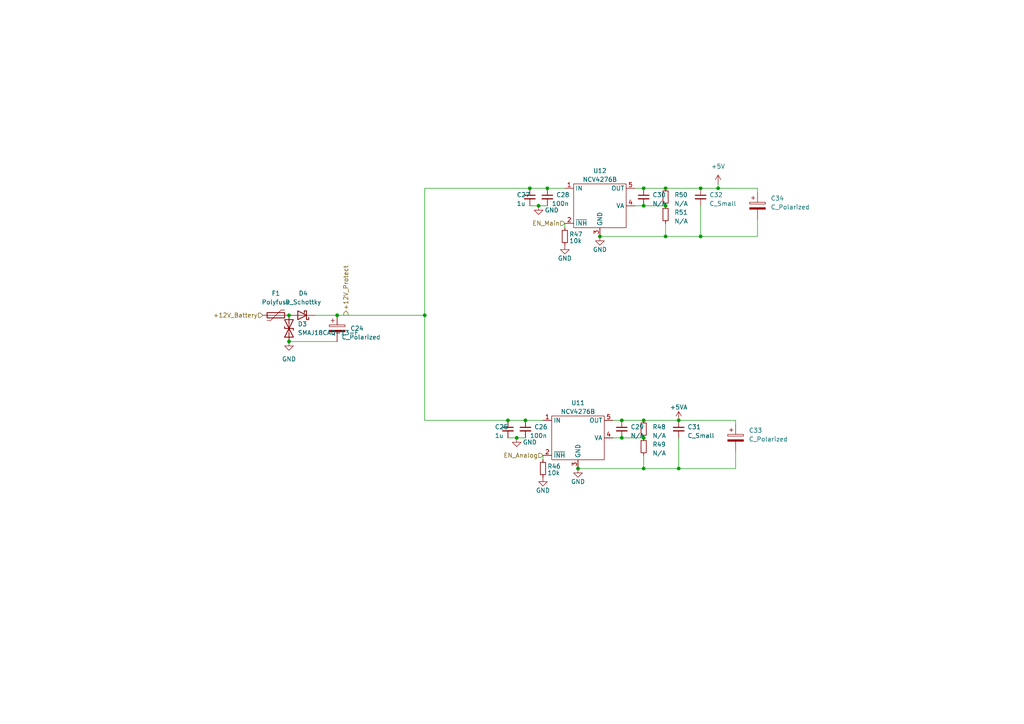
<source format=kicad_sch>
(kicad_sch (version 20211123) (generator eeschema)
  (paper "A4")
  (lib_symbols
    (symbol "Device:C_Polarized" (pin_numbers hide) (pin_names (offset 0.254))
      (property "Reference" "C" (at 0.635 2.54 0))
      (property "Value" "C_Polarized" (at 0.635 -2.54 0))
      (symbol "C_Polarized_0_1"
        (rectangle (start -2.286 0.508) (end 2.286 1.016))
        (polyline (pts (xy -1.778 2.286) (xy -0.762 2.286)))
        (polyline (pts (xy -1.27 2.794) (xy -1.27 1.778)))
        (rectangle (start 2.286 -0.508) (end -2.286 -1.016) (fill (type outline)))
      )
      (symbol "C_Polarized_1_1"
        (pin passive line (at 0 3.81 270) (length 2.794) (name "~") (number "1"))
        (pin passive line (at 0 -3.81 90) (length 2.794) (name "~") (number "2"))
      )
    )
    (symbol "Device:C_Small" (pin_numbers hide) (pin_names (offset 0.254) hide)
      (property "Reference" "C" (at 0.254 1.778 0))
      (property "Value" "C_Small" (at 0.254 -2.032 0))
      (symbol "C_Small_0_1"
        (polyline (pts (xy -1.524 -0.508) (xy 1.524 -0.508)) (stroke (width 0.3302)))
        (polyline (pts (xy -1.524 0.508) (xy 1.524 0.508)) (stroke (width 0.3048)))
      )
      (symbol "C_Small_1_1"
        (pin passive line (at 0 2.54 270) (length 2.032) (name "~") (number "1"))
        (pin passive line (at 0 -2.54 90) (length 2.032) (name "~") (number "2"))
      )
    )
    (symbol "Device:D_Schottky" (pin_numbers hide) (pin_names (offset 1.016) hide)
      (property "Reference" "D" (at 0 2.54 0))
      (property "Value" "D_Schottky" (at 0 -2.54 0))
      (symbol "D_Schottky_0_1"
        (polyline (pts (xy 1.27 0) (xy -1.27 0)))
        (polyline (pts (xy 1.27 1.27) (xy 1.27 -1.27) (xy -1.27 0) (xy 1.27 1.27)) (stroke (width 0.254)))
        (polyline (pts (xy -1.905 0.635) (xy -1.905 1.27) (xy -1.27 1.27) (xy -1.27 -1.27) (xy -0.635 -1.27) (xy -0.635 -0.635)) (stroke (width 0.254)))
      )
      (symbol "D_Schottky_1_1"
        (pin passive line (at -3.81 0 0) (length 2.54) (name "K") (number "1"))
        (pin passive line (at 3.81 0 180) (length 2.54) (name "A") (number "2"))
      )
    )
    (symbol "Device:D_TVS" (pin_numbers hide) (pin_names (offset 1.016) hide)
      (property "Reference" "D" (at 0 2.54 0))
      (property "Value" "D_TVS" (at 0 -2.54 0))
      (symbol "D_TVS_0_1"
        (polyline (pts (xy 1.27 0) (xy -1.27 0)))
        (polyline (pts (xy 0.508 1.27) (xy 0 1.27) (xy 0 -1.27) (xy -0.508 -1.27)) (stroke (width 0.254)))
        (polyline (pts (xy -2.54 1.27) (xy -2.54 -1.27) (xy 2.54 1.27) (xy 2.54 -1.27) (xy -2.54 1.27)) (stroke (width 0.254)))
      )
      (symbol "D_TVS_1_1"
        (pin passive line (at -3.81 0 0) (length 2.54) (name "A1") (number "1"))
        (pin passive line (at 3.81 0 180) (length 2.54) (name "A2") (number "2"))
      )
    )
    (symbol "Device:Polyfuse" (pin_numbers hide) (pin_names (offset 0))
      (property "Reference" "F" (at -2.54 0 90))
      (property "Value" "Polyfuse" (at 2.54 0 90))
      (symbol "Polyfuse_0_1"
        (rectangle (start -0.762 2.54) (end 0.762 -2.54) (stroke (width 0.254)))
        (polyline (pts (xy 0 2.54) (xy 0 -2.54)))
        (polyline (pts (xy -1.524 2.54) (xy -1.524 1.524) (xy 1.524 -1.524) (xy 1.524 -2.54)))
      )
      (symbol "Polyfuse_1_1"
        (pin passive line (at 0 3.81 270) (length 1.27) (name "~") (number "1"))
        (pin passive line (at 0 -3.81 90) (length 1.27) (name "~") (number "2"))
      )
    )
    (symbol "Device:R_Small" (pin_numbers hide) (pin_names (offset 0.254) hide)
      (property "Reference" "R" (at 0.762 0.508 0))
      (property "Value" "R_Small" (at 0.762 -1.016 0))
      (symbol "R_Small_0_1"
        (rectangle (start -0.762 1.778) (end 0.762 -1.778) (stroke (width 0.2032)))
      )
      (symbol "R_Small_1_1"
        (pin passive line (at 0 2.54 270) (length 0.762) (name "~") (number "1"))
        (pin passive line (at 0 -2.54 90) (length 0.762) (name "~") (number "2"))
      )
    )
    (symbol "Personal:NCV4276B"
      (property "Reference" "U" (at 0 7.62 0))
      (property "Value" "NCV4276B" (at 0 5.08 0))
      (symbol "NCV4276B_0_1"
        (rectangle (start -7.62 3.81) (end 7.62 -8.89) (stroke (width 0.1524)))
      )
      (symbol "NCV4276B_1_1"
        (pin power_in line (at -10.16 2.54 0) (length 2.54) (name "IN") (number "1"))
        (pin input line (at -10.16 -7.62 0) (length 2.54) (name "~{INH}") (number "2"))
        (pin input line (at 0 -11.43 90) (length 2.54) (name "GND") (number "3"))
        (pin input line (at 10.16 -2.54 180) (length 2.54) (name "VA") (number "4"))
        (pin power_out line (at 10.16 2.54 180) (length 2.54) (name "OUT") (number "5"))
      )
    )
    (symbol "power:+5V" (power) (pin_names (offset 0))
      (property "Value" "+5V" (at 0 3.556 0))
      (symbol "+5V_0_1"
        (polyline (pts (xy -0.762 1.27) (xy 0 2.54)))
        (polyline (pts (xy 0 0) (xy 0 2.54)))
        (polyline (pts (xy 0 2.54) (xy 0.762 1.27)))
      )
      (symbol "+5V_1_1"
        (pin power_in line (at 0 0 90) (length 0) hide (name "+5V") (number "1"))
      )
    )
    (symbol "power:+5VA" (power) (pin_names (offset 0))
      (property "Value" "+5VA" (at 0 3.556 0))
      (symbol "+5VA_0_1"
        (polyline (pts (xy -0.762 1.27) (xy 0 2.54)))
        (polyline (pts (xy 0 0) (xy 0 2.54)))
        (polyline (pts (xy 0 2.54) (xy 0.762 1.27)))
      )
      (symbol "+5VA_1_1"
        (pin power_in line (at 0 0 90) (length 0) hide (name "+5VA") (number "1"))
      )
    )
    (symbol "power:GND" (power) (pin_names (offset 0))
      (property "Value" "GND" (at 0 -3.81 0))
      (symbol "GND_0_1"
        (polyline (pts (xy 0 0) (xy 0 -1.27) (xy 1.27 -1.27) (xy 0 -2.54) (xy -1.27 -1.27) (xy 0 -1.27)))
      )
      (symbol "GND_1_1"
        (pin power_in line (at 0 0 270) (length 0) hide (name "GND") (number "1"))
      )
    )
  )
  (junction (at 208.28 54.61))
  (junction (at 153.67 54.61))
  (junction (at 196.85 135.89))
  (junction (at 193.04 68.58) (diameter 0.9144))
  (junction (at 180.34 121.92) (diameter 0.9144))
  (junction (at 203.2 54.61))
  (junction (at 156.21 59.69) (diameter 0.9144))
  (junction (at 97.79 91.44))
  (junction (at 83.82 91.44))
  (junction (at 152.4 121.92) (diameter 0.9144))
  (junction (at 186.69 54.61) (diameter 0.9144))
  (junction (at 167.64 135.89))
  (junction (at 158.75 54.61) (diameter 0.9144))
  (junction (at 147.32 121.92))
  (junction (at 193.04 54.61) (diameter 0.9144))
  (junction (at 123.19 91.44))
  (junction (at 173.99 68.58))
  (junction (at 149.86 127) (diameter 0.9144))
  (junction (at 186.69 59.69) (diameter 0.9144))
  (junction (at 186.69 127) (diameter 0.9144))
  (junction (at 186.69 135.89) (diameter 0.9144))
  (junction (at 193.04 59.69) (diameter 0.9144))
  (junction (at 196.85 121.92))
  (junction (at 203.2 68.58))
  (junction (at 83.82 99.06))
  (junction (at 186.69 121.92) (diameter 0.9144))
  (junction (at 180.34 127) (diameter 0.9144))
  (wire (pts (xy 97.79 91.44) (xy 123.19 91.44)))
  (wire (pts (xy 177.8 127) (xy 180.34 127)))
  (wire (pts (xy 157.48 132.08) (xy 157.48 133.35)))
  (wire (pts (xy 219.71 68.58) (xy 203.2 68.58)))
  (wire (pts (xy 186.69 59.69) (xy 193.04 59.69)))
  (wire (pts (xy 153.67 54.61) (xy 158.75 54.61)))
  (wire (pts (xy 83.82 99.06) (xy 97.79 99.06)))
  (wire (pts (xy 153.67 59.69) (xy 156.21 59.69)))
  (wire (pts (xy 196.85 121.92) (xy 213.36 121.92)))
  (wire (pts (xy 167.64 135.89) (xy 186.69 135.89)))
  (wire (pts (xy 193.04 54.61) (xy 203.2 54.61)))
  (wire (pts (xy 177.8 121.92) (xy 180.34 121.92)))
  (wire (pts (xy 147.32 127) (xy 149.86 127)))
  (wire (pts (xy 156.21 59.69) (xy 158.75 59.69)))
  (wire (pts (xy 213.36 121.92) (xy 213.36 123.19)))
  (wire (pts (xy 219.71 54.61) (xy 219.71 55.88)))
  (wire (pts (xy 184.15 59.69) (xy 186.69 59.69)))
  (wire (pts (xy 158.75 54.61) (xy 163.83 54.61)))
  (wire (pts (xy 186.69 132.08) (xy 186.69 135.89)))
  (wire (pts (xy 208.28 54.61) (xy 208.28 53.34)))
  (wire (pts (xy 193.04 64.77) (xy 193.04 68.58)))
  (wire (pts (xy 163.83 64.77) (xy 163.83 66.04)))
  (wire (pts (xy 147.32 121.92) (xy 152.4 121.92)))
  (wire (pts (xy 219.71 63.5) (xy 219.71 68.58)))
  (wire (pts (xy 196.85 135.89) (xy 196.85 127)))
  (wire (pts (xy 203.2 68.58) (xy 203.2 59.69)))
  (wire (pts (xy 186.69 135.89) (xy 196.85 135.89)))
  (wire (pts (xy 213.36 135.89) (xy 196.85 135.89)))
  (wire (pts (xy 123.19 54.61) (xy 153.67 54.61)))
  (wire (pts (xy 180.34 127) (xy 186.69 127)))
  (wire (pts (xy 186.69 54.61) (xy 193.04 54.61)))
  (wire (pts (xy 173.99 68.58) (xy 193.04 68.58)))
  (wire (pts (xy 91.44 91.44) (xy 97.79 91.44)))
  (wire (pts (xy 180.34 121.92) (xy 186.69 121.92)))
  (wire (pts (xy 203.2 54.61) (xy 208.28 54.61)))
  (wire (pts (xy 123.19 91.44) (xy 123.19 54.61)))
  (wire (pts (xy 186.69 121.92) (xy 196.85 121.92)))
  (wire (pts (xy 152.4 121.92) (xy 157.48 121.92)))
  (wire (pts (xy 208.28 54.61) (xy 219.71 54.61)))
  (wire (pts (xy 149.86 127) (xy 152.4 127)))
  (wire (pts (xy 123.19 91.44) (xy 123.19 121.92)))
  (wire (pts (xy 184.15 54.61) (xy 186.69 54.61)))
  (wire (pts (xy 213.36 130.81) (xy 213.36 135.89)))
  (wire (pts (xy 123.19 121.92) (xy 147.32 121.92)))
  (wire (pts (xy 193.04 68.58) (xy 203.2 68.58)))
  (hierarchical_label "+12V_Battery" (shape input) (at 76.2 91.44 180))
  (hierarchical_label "EN_Main" (shape input) (at 163.83 64.77 180))
  (hierarchical_label "EN_Analog" (shape input) (at 157.48 132.08 180))
  (hierarchical_label "+12V_Protect" (shape output) (at 100.33 91.44 90))
  (symbol (lib_id "Device:C_Small") (at 152.4 124.46 0) (unit 1)
    (property "Reference" "C26" (at 154.94 123.8249 0) (effects (justify left)))
    (property "Value" "100n" (at 153.67 126.3649 0) (effects (justify left)))
    (property "Footprint" "Capacitor_SMD:C_0805_2012Metric_Pad1.18x1.45mm_HandSolder" (effects hide))
  )
  (symbol (lib_id "Personal:NCV4276B") (at 167.64 124.46 0) (unit 1)
    (property "Reference" "U11" (at 167.64 116.84 0))
    (property "Value" "NCV4276B" (at 167.64 119.38 0))
    (property "Footprint" "Package_TO_SOT_SMD:TO-263-5_TabPin3" (effects hide))
  )
  (symbol (lib_id "power:GND") (at 83.82 99.06 0) (unit 1)
    (property "Reference" "#PWR074" (effects hide))
    (property "Value" "GND" (at 83.82 104.14 0))
  )
  (symbol (lib_id "Device:C_Small") (at 186.69 57.15 0) (unit 1)
    (property "Reference" "C30" (at 189.23 56.5149 0) (effects (justify left)))
    (property "Value" "N/A" (at 189.23 59.0549 0) (effects (justify left)))
    (property "Footprint" "Capacitor_SMD:C_0805_2012Metric_Pad1.18x1.45mm_HandSolder" (effects hide))
  )
  (symbol (lib_id "Device:D_Schottky") (at 87.63 91.44 180) (unit 1)
    (property "Reference" "D4" (at 87.9475 85.09 0))
    (property "Value" "D_Schottky" (at 87.9475 87.63 0))
    (property "Footprint" "Diode_SMD:D_SMA" (effects hide))
  )
  (symbol (lib_id "Device:C_Polarized") (at 97.79 95.25 0) (unit 1)
    (property "Reference" "C24" (at 101.6 95.25 0) (effects (justify left)))
    (property "Value" "C_Polarized" (at 99.06 97.79 0) (effects (justify left)))
    (property "Footprint" "Capacitor_THT:CP_Radial_D8.0mm_P3.50mm" (effects hide))
  )
  (symbol (lib_id "Device:R_Small") (at 193.04 57.15 0) (unit 1)
    (property "Reference" "R50" (at 195.58 56.5149 0) (effects (justify left)))
    (property "Value" "N/A" (at 195.58 59.0549 0) (effects (justify left)))
    (property "Footprint" "Resistor_SMD:R_0805_2012Metric_Pad1.20x1.40mm_HandSolder" (effects hide))
  )
  (symbol (lib_id "Device:C_Small") (at 158.75 57.15 0) (unit 1)
    (property "Reference" "C28" (at 161.29 56.5149 0) (effects (justify left)))
    (property "Value" "100n" (at 160.02 59.0549 0) (effects (justify left)))
    (property "Footprint" "Capacitor_SMD:C_0805_2012Metric_Pad1.18x1.45mm_HandSolder" (effects hide))
  )
  (symbol (lib_id "power:+5V") (at 208.28 53.34 0) (unit 1)
    (property "Reference" "#PWR082" (effects hide))
    (property "Value" "+5V" (at 208.28 48.26 0))
  )
  (symbol (lib_id "Device:C_Small") (at 147.32 124.46 0) (unit 1)
    (property "Reference" "C25" (at 143.51 123.8249 0) (effects (justify left)))
    (property "Value" "1u" (at 143.51 126.3649 0) (effects (justify left)))
    (property "Footprint" "Capacitor_SMD:C_1210_3225Metric_Pad1.33x2.70mm_HandSolder" (effects hide))
  )
  (symbol (lib_id "Device:Polyfuse") (at 80.01 91.44 90) (unit 1)
    (property "Reference" "F1" (at 80.01 85.09 90))
    (property "Value" "Polyfuse" (at 80.01 87.63 90))
    (property "Footprint" "Fuse:Fuse_1812_4532Metric_Pad1.30x3.40mm_HandSolder" (effects hide))
  )
  (symbol (lib_id "power:+5VA") (at 196.85 121.92 0) (unit 1)
    (property "Reference" "#PWR081" (effects hide))
    (property "Value" "+5VA" (at 196.85 118.11 0))
  )
  (symbol (lib_id "Device:C_Small") (at 180.34 124.46 0) (unit 1)
    (property "Reference" "C29" (at 182.88 123.8249 0) (effects (justify left)))
    (property "Value" "N/A" (at 182.88 126.3649 0) (effects (justify left)))
    (property "Footprint" "Capacitor_SMD:C_0805_2012Metric_Pad1.18x1.45mm_HandSolder" (effects hide))
  )
  (symbol (lib_id "power:GND") (at 173.99 68.58 0) (unit 1)
    (property "Reference" "#PWR080" (effects hide))
    (property "Value" "GND" (at 173.99 72.39 0))
  )
  (symbol (lib_id "Device:C_Small") (at 196.85 124.46 0) (unit 1)
    (property "Reference" "C31" (at 199.39 123.8249 0) (effects (justify left)))
    (property "Value" "C_Small" (at 199.39 126.3649 0) (effects (justify left)))
    (property "Footprint" "Capacitor_SMD:C_1210_3225Metric_Pad1.33x2.70mm_HandSolder" (effects hide))
  )
  (symbol (lib_id "Device:C_Polarized") (at 213.36 127 0) (unit 1)
    (property "Reference" "C33" (at 217.17 124.8409 0) (effects (justify left)))
    (property "Value" "C_Polarized" (at 217.17 127.3809 0) (effects (justify left)))
    (property "Footprint" "Capacitor_SMD:CP_Elec_5x5.3" (effects hide))
  )
  (symbol (lib_id "Device:C_Small") (at 153.67 57.15 0) (unit 1)
    (property "Reference" "C27" (at 149.86 56.5149 0) (effects (justify left)))
    (property "Value" "1u" (at 149.86 59.0549 0) (effects (justify left)))
    (property "Footprint" "Capacitor_SMD:C_1210_3225Metric_Pad1.33x2.70mm_HandSolder" (effects hide))
  )
  (symbol (lib_id "power:GND") (at 156.21 59.69 0) (unit 1)
    (property "Reference" "#PWR076" (effects hide))
    (property "Value" "GND" (at 160.02 60.96 0))
  )
  (symbol (lib_id "Device:R_Small") (at 157.48 135.89 0) (unit 1)
    (property "Reference" "R46" (at 158.75 135.2549 0) (effects (justify left)))
    (property "Value" "10k" (at 158.75 137.1599 0) (effects (justify left)))
    (property "Footprint" "Resistor_SMD:R_0805_2012Metric_Pad1.20x1.40mm_HandSolder" (effects hide))
  )
  (symbol (lib_id "Device:R_Small") (at 186.69 124.46 0) (unit 1)
    (property "Reference" "R48" (at 189.23 123.8249 0) (effects (justify left)))
    (property "Value" "N/A" (at 189.23 126.3649 0) (effects (justify left)))
    (property "Footprint" "Resistor_SMD:R_0805_2012Metric_Pad1.20x1.40mm_HandSolder" (effects hide))
  )
  (symbol (lib_id "Device:C_Polarized") (at 219.71 59.69 0) (unit 1)
    (property "Reference" "C34" (at 223.52 57.5309 0) (effects (justify left)))
    (property "Value" "C_Polarized" (at 223.52 60.0709 0) (effects (justify left)))
    (property "Footprint" "Capacitor_SMD:CP_Elec_5x5.3" (effects hide))
  )
  (symbol (lib_id "power:GND") (at 167.64 135.89 0) (unit 1)
    (property "Reference" "#PWR079" (effects hide))
    (property "Value" "GND" (at 167.64 139.7 0))
  )
  (symbol (lib_id "power:GND") (at 163.83 71.12 0) (unit 1)
    (property "Reference" "#PWR078" (effects hide))
    (property "Value" "GND" (at 163.83 74.93 0))
  )
  (symbol (lib_id "Device:R_Small") (at 163.83 68.58 0) (unit 1)
    (property "Reference" "R47" (at 165.1 67.9449 0) (effects (justify left)))
    (property "Value" "10k" (at 165.1 69.8499 0) (effects (justify left)))
    (property "Footprint" "Resistor_SMD:R_0805_2012Metric_Pad1.20x1.40mm_HandSolder" (effects hide))
  )
  (symbol (lib_id "power:GND") (at 149.86 127 0) (unit 1)
    (property "Reference" "#PWR075" (effects hide))
    (property "Value" "GND" (at 153.67 128.27 0))
  )
  (symbol (lib_id "Device:D_TVS") (at 83.82 95.25 90) (unit 1)
    (property "Reference" "D3" (at 86.36 93.9799 90) (effects (justify right)))
    (property "Value" "SMAJ18CAQ-13-F" (at 86.36 96.5199 90) (effects (justify right)))
    (property "Footprint" "Diode_SMD:D_SMA" (effects hide))
  )
  (symbol (lib_id "power:GND") (at 157.48 138.43 0) (unit 1)
    (property "Reference" "#PWR077" (effects hide))
    (property "Value" "GND" (at 157.48 142.24 0))
  )
  (symbol (lib_id "Personal:NCV4276B") (at 173.99 57.15 0) (unit 1)
    (property "Reference" "U12" (at 173.99 49.53 0))
    (property "Value" "NCV4276B" (at 173.99 52.07 0))
    (property "Footprint" "Package_TO_SOT_SMD:TO-263-5_TabPin3" (effects hide))
  )
  (symbol (lib_id "Device:R_Small") (at 193.04 62.23 0) (unit 1)
    (property "Reference" "R51" (at 195.58 61.5949 0) (effects (justify left)))
    (property "Value" "N/A" (at 195.58 64.1349 0) (effects (justify left)))
    (property "Footprint" "Resistor_SMD:R_0805_2012Metric_Pad1.20x1.40mm_HandSolder" (effects hide))
  )
  (symbol (lib_id "Device:C_Small") (at 203.2 57.15 0) (unit 1)
    (property "Reference" "C32" (at 205.74 56.5149 0) (effects (justify left)))
    (property "Value" "C_Small" (at 205.74 59.0549 0) (effects (justify left)))
    (property "Footprint" "Capacitor_SMD:C_1210_3225Metric_Pad1.33x2.70mm_HandSolder" (effects hide))
  )
  (symbol (lib_id "Device:R_Small") (at 186.69 129.54 0) (unit 1)
    (property "Reference" "R49" (at 189.23 128.9049 0) (effects (justify left)))
    (property "Value" "N/A" (at 189.23 131.4449 0) (effects (justify left)))
    (property "Footprint" "Resistor_SMD:R_0805_2012Metric_Pad1.20x1.40mm_HandSolder" (effects hide))
  )
)
</source>
